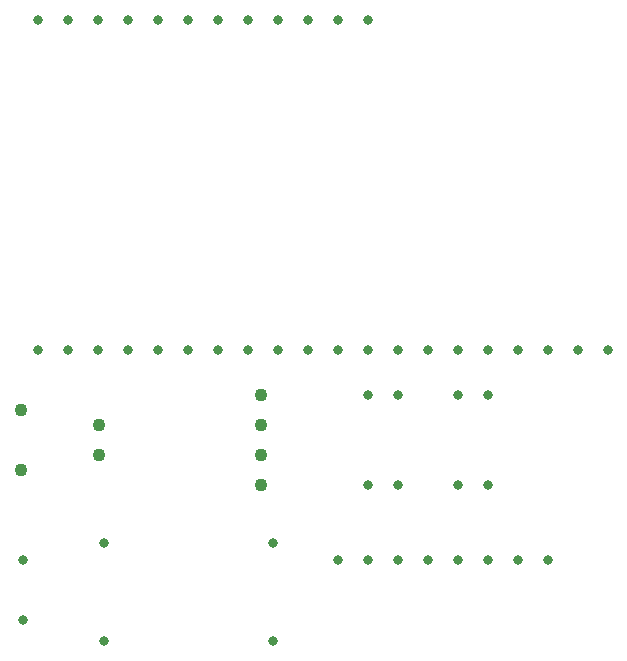
<source format=gbr>
%TF.GenerationSoftware,KiCad,Pcbnew,9.0.0*%
%TF.CreationDate,2025-03-09T03:35:15-07:00*%
%TF.ProjectId,sensor,73656e73-6f72-42e6-9b69-6361645f7063,v0.2*%
%TF.SameCoordinates,Original*%
%TF.FileFunction,Plated,1,2,PTH,Drill*%
%TF.FilePolarity,Positive*%
%FSLAX46Y46*%
G04 Gerber Fmt 4.6, Leading zero omitted, Abs format (unit mm)*
G04 Created by KiCad (PCBNEW 9.0.0) date 2025-03-09 03:35:15*
%MOMM*%
%LPD*%
G01*
G04 APERTURE LIST*
%TA.AperFunction,ComponentDrill*%
%ADD10C,0.800000*%
%TD*%
%TA.AperFunction,ComponentDrill*%
%ADD11C,1.100000*%
%TD*%
G04 APERTURE END LIST*
D10*
%TO.C,2_PIN_Connector1*%
X24130000Y-66040000D03*
X24130000Y-71120000D03*
%TO.C,ESP32_UWB1*%
X25400000Y-20320000D03*
X25400000Y-48260000D03*
X27940000Y-20320000D03*
X27940000Y-48260000D03*
X30480000Y-20320000D03*
X30480000Y-48260000D03*
%TO.C,5V_Regulator1*%
X31040000Y-64540000D03*
X31040000Y-72820000D03*
%TO.C,ESP32_UWB1*%
X33020000Y-20320000D03*
X33020000Y-48260000D03*
X35560000Y-20320000D03*
X35560000Y-48260000D03*
X38100000Y-20320000D03*
X38100000Y-48260000D03*
X40640000Y-20320000D03*
X40640000Y-48260000D03*
X43180000Y-20320000D03*
X43180000Y-48260000D03*
%TO.C,5V_Regulator1*%
X45360000Y-64540000D03*
X45360000Y-72820000D03*
%TO.C,ESP32_UWB1*%
X45720000Y-20320000D03*
X45720000Y-48260000D03*
X48260000Y-20320000D03*
X48260000Y-48260000D03*
X50800000Y-20320000D03*
X50800000Y-48260000D03*
%TO.C,SERVER_LED1*%
X50800000Y-66040000D03*
%TO.C,ESP32_UWB1*%
X53340000Y-20320000D03*
X53340000Y-48260000D03*
%TO.C,R1*%
X53340000Y-52070000D03*
X53340000Y-59690000D03*
%TO.C,SERVER_LED1*%
X53340000Y-66040000D03*
%TO.C,ESP32_UWB1*%
X55880000Y-48260000D03*
%TO.C,R2*%
X55880000Y-52070000D03*
X55880000Y-59690000D03*
%TO.C,SERVER_LED1*%
X55880000Y-66040000D03*
%TO.C,ESP32_UWB1*%
X58420000Y-48260000D03*
%TO.C,SERVER_LED1*%
X58420000Y-66040000D03*
%TO.C,ESP32_UWB1*%
X60960000Y-48260000D03*
%TO.C,R3*%
X60960000Y-52070000D03*
X60960000Y-59690000D03*
%TO.C,TAG_LED1*%
X60960000Y-66040000D03*
%TO.C,ESP32_UWB1*%
X63500000Y-48260000D03*
%TO.C,R4*%
X63500000Y-52070000D03*
X63500000Y-59690000D03*
%TO.C,TAG_LED1*%
X63500000Y-66040000D03*
%TO.C,ESP32_UWB1*%
X66040000Y-48260000D03*
%TO.C,TAG_LED1*%
X66040000Y-66040000D03*
%TO.C,ESP32_UWB1*%
X68580000Y-48260000D03*
%TO.C,TAG_LED1*%
X68580000Y-66040000D03*
%TO.C,ESP32_UWB1*%
X71120000Y-48260000D03*
X73660000Y-48260000D03*
D11*
%TO.C,CAN_Transreceiver1*%
X24020000Y-53340000D03*
X24020000Y-58420000D03*
X30620000Y-54610000D03*
X30620000Y-57150000D03*
X44320000Y-52070000D03*
X44320000Y-54610000D03*
X44320000Y-57150000D03*
X44320000Y-59690000D03*
M02*

</source>
